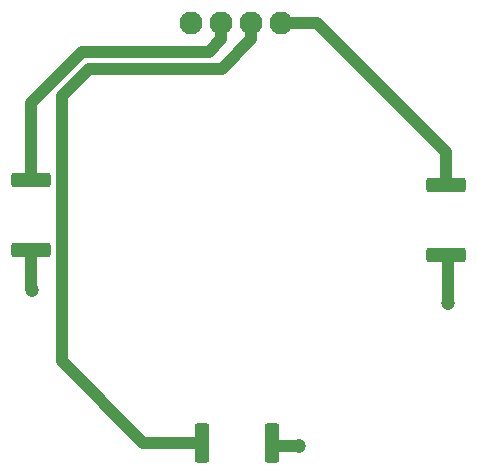
<source format=gbr>
%TF.GenerationSoftware,KiCad,Pcbnew,(7.0.0)*%
%TF.CreationDate,2023-02-25T11:53:05+01:00*%
%TF.ProjectId,rgb-spot-10w,7267622d-7370-46f7-942d-3130772e6b69,rev?*%
%TF.SameCoordinates,Original*%
%TF.FileFunction,Copper,L1,Top*%
%TF.FilePolarity,Positive*%
%FSLAX46Y46*%
G04 Gerber Fmt 4.6, Leading zero omitted, Abs format (unit mm)*
G04 Created by KiCad (PCBNEW (7.0.0)) date 2023-02-25 11:53:05*
%MOMM*%
%LPD*%
G01*
G04 APERTURE LIST*
G04 Aperture macros list*
%AMRoundRect*
0 Rectangle with rounded corners*
0 $1 Rounding radius*
0 $2 $3 $4 $5 $6 $7 $8 $9 X,Y pos of 4 corners*
0 Add a 4 corners polygon primitive as box body*
4,1,4,$2,$3,$4,$5,$6,$7,$8,$9,$2,$3,0*
0 Add four circle primitives for the rounded corners*
1,1,$1+$1,$2,$3*
1,1,$1+$1,$4,$5*
1,1,$1+$1,$6,$7*
1,1,$1+$1,$8,$9*
0 Add four rect primitives between the rounded corners*
20,1,$1+$1,$2,$3,$4,$5,0*
20,1,$1+$1,$4,$5,$6,$7,0*
20,1,$1+$1,$6,$7,$8,$9,0*
20,1,$1+$1,$8,$9,$2,$3,0*%
G04 Aperture macros list end*
%TA.AperFunction,SMDPad,CuDef*%
%ADD10RoundRect,0.250000X-1.425000X0.362500X-1.425000X-0.362500X1.425000X-0.362500X1.425000X0.362500X0*%
%TD*%
%TA.AperFunction,ComponentPad*%
%ADD11C,1.950000*%
%TD*%
%TA.AperFunction,SMDPad,CuDef*%
%ADD12RoundRect,0.250000X-0.362500X-1.425000X0.362500X-1.425000X0.362500X1.425000X-0.362500X1.425000X0*%
%TD*%
%TA.AperFunction,ViaPad*%
%ADD13C,1.200000*%
%TD*%
%TA.AperFunction,Conductor*%
%ADD14C,1.000000*%
%TD*%
G04 APERTURE END LIST*
D10*
%TO.P,R1,1*%
%TO.N,Net-(J1-Pin_1)*%
X160700000Y-88900000D03*
%TO.P,R1,2*%
%TO.N,Net-(D1-BK)*%
X160700000Y-94825000D03*
%TD*%
%TO.P,R3,1*%
%TO.N,Net-(J1-Pin_3)*%
X125560000Y-88477500D03*
%TO.P,R3,2*%
%TO.N,Net-(D1-RK)*%
X125560000Y-94402500D03*
%TD*%
D11*
%TO.P,J1,1,Pin_1*%
%TO.N,Net-(J1-Pin_1)*%
X146730000Y-75195000D03*
%TO.P,J1,2,Pin_2*%
%TO.N,Net-(J1-Pin_2)*%
X144190000Y-75185000D03*
%TO.P,J1,3,Pin_3*%
%TO.N,Net-(J1-Pin_3)*%
X141650000Y-75195000D03*
%TO.P,J1,4,Pin_4*%
%TO.N,Net-(D1-A)*%
X139110000Y-75195000D03*
%TD*%
D12*
%TO.P,R2,1*%
%TO.N,Net-(J1-Pin_2)*%
X139997500Y-110740000D03*
%TO.P,R2,2*%
%TO.N,Net-(D1-GK)*%
X145922500Y-110740000D03*
%TD*%
D13*
%TO.N,Net-(D1-RK)*%
X125590000Y-97760000D03*
%TO.N,Net-(D1-GK)*%
X148220000Y-110960000D03*
%TO.N,Net-(D1-BK)*%
X160850000Y-98870000D03*
%TD*%
D14*
%TO.N,Net-(D1-RK)*%
X125560000Y-94402500D02*
X125560000Y-97730000D01*
X125560000Y-97730000D02*
X125590000Y-97760000D01*
%TO.N,Net-(D1-GK)*%
X148220000Y-110960000D02*
X146142500Y-110960000D01*
X146142500Y-110960000D02*
X145922500Y-110740000D01*
%TO.N,Net-(D1-BK)*%
X160850000Y-94975000D02*
X160700000Y-94825000D01*
X160850000Y-98870000D02*
X160850000Y-94975000D01*
%TO.N,Net-(J1-Pin_2)*%
X130450000Y-79040000D02*
X128135000Y-81355000D01*
X128135000Y-103822163D02*
X135052837Y-110740000D01*
X144190000Y-76563858D02*
X141713858Y-79040000D01*
X135052837Y-110740000D02*
X139997500Y-110740000D01*
X128135000Y-81355000D02*
X128135000Y-103822163D01*
X144190000Y-75185000D02*
X144190000Y-76563858D01*
X141713858Y-79040000D02*
X130450000Y-79040000D01*
%TO.N,Net-(J1-Pin_3)*%
X141650000Y-76573858D02*
X141650000Y-75195000D01*
X125560000Y-81950102D02*
X129870102Y-77640000D01*
X129870102Y-77640000D02*
X140583858Y-77640000D01*
X125560000Y-88477500D02*
X125560000Y-81950102D01*
X140583858Y-77640000D02*
X141650000Y-76573858D01*
%TO.N,Net-(J1-Pin_1)*%
X160700000Y-88900000D02*
X160700000Y-86100476D01*
X149794524Y-75195000D02*
X160700000Y-86100476D01*
X146730000Y-75195000D02*
X149794524Y-75195000D01*
%TD*%
M02*

</source>
